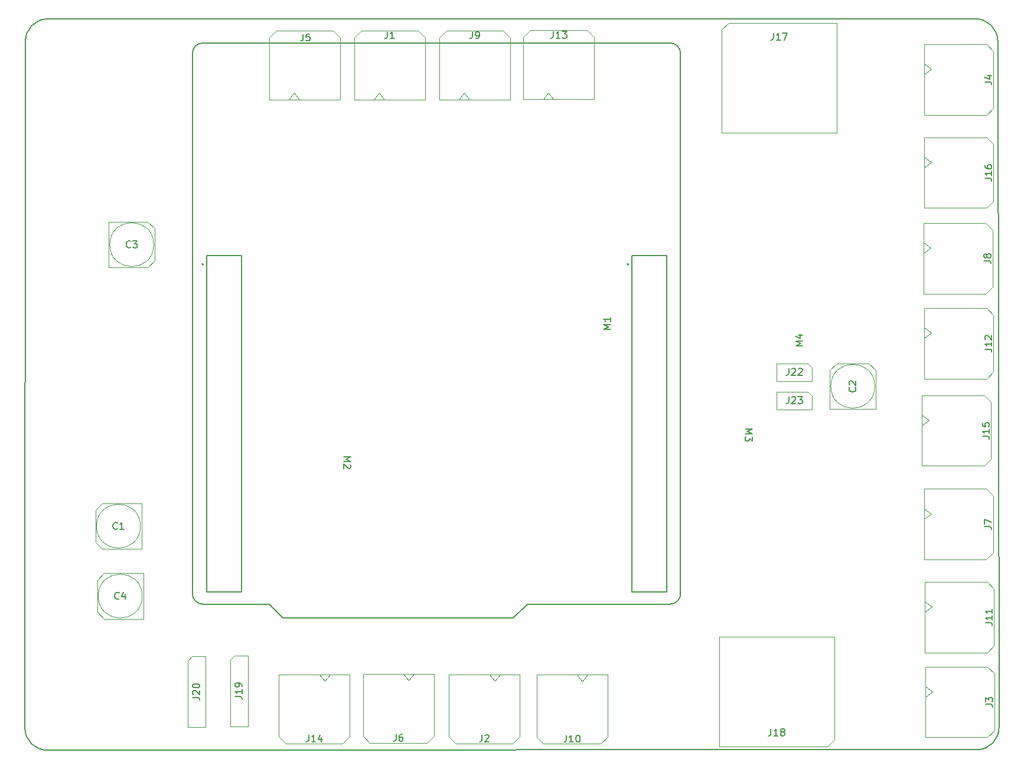
<source format=gbr>
G04 #@! TF.GenerationSoftware,KiCad,Pcbnew,6.0.1-79c1e3a40b~116~ubuntu20.04.1*
G04 #@! TF.CreationDate,2022-01-31T22:39:44+08:00*
G04 #@! TF.ProjectId,Nucleo_F446_power_can_shield,4e75636c-656f-45f4-9634-34365f706f77,rev?*
G04 #@! TF.SameCoordinates,Original*
G04 #@! TF.FileFunction,AssemblyDrawing,Top*
%FSLAX46Y46*%
G04 Gerber Fmt 4.6, Leading zero omitted, Abs format (unit mm)*
G04 Created by KiCad (PCBNEW 6.0.1-79c1e3a40b~116~ubuntu20.04.1) date 2022-01-31 22:39:44*
%MOMM*%
%LPD*%
G01*
G04 APERTURE LIST*
G04 #@! TA.AperFunction,Profile*
%ADD10C,0.150000*%
G04 #@! TD*
%ADD11C,0.150000*%
%ADD12C,0.100000*%
%ADD13C,0.127000*%
%ADD14C,0.200000*%
G04 APERTURE END LIST*
D10*
X130176375Y-116702149D02*
G75*
G03*
X133454600Y-119877149I3176626J1D01*
G01*
X266656149Y-119823625D02*
G75*
G03*
X269831149Y-116545400I-1J3176626D01*
G01*
X266372400Y-14971000D02*
X133429000Y-14969375D01*
X269650625Y-18014852D02*
X269831149Y-116545400D01*
X133429000Y-14969375D02*
G75*
G03*
X130254000Y-18247600I1J-3176626D01*
G01*
X130176375Y-116702149D02*
X130254000Y-18247600D01*
X266656149Y-119823625D02*
X133454600Y-119877149D01*
X269650625Y-18141851D02*
G75*
G03*
X266372400Y-14966851I-3176626J-1D01*
G01*
D11*
X154217380Y-112310523D02*
X154931666Y-112310523D01*
X155074523Y-112358142D01*
X155169761Y-112453380D01*
X155217380Y-112596238D01*
X155217380Y-112691476D01*
X154312619Y-111881952D02*
X154265000Y-111834333D01*
X154217380Y-111739095D01*
X154217380Y-111501000D01*
X154265000Y-111405761D01*
X154312619Y-111358142D01*
X154407857Y-111310523D01*
X154503095Y-111310523D01*
X154645952Y-111358142D01*
X155217380Y-111929571D01*
X155217380Y-111310523D01*
X154217380Y-110691476D02*
X154217380Y-110596238D01*
X154265000Y-110501000D01*
X154312619Y-110453380D01*
X154407857Y-110405761D01*
X154598333Y-110358142D01*
X154836428Y-110358142D01*
X155026904Y-110405761D01*
X155122142Y-110453380D01*
X155169761Y-110501000D01*
X155217380Y-110596238D01*
X155217380Y-110691476D01*
X155169761Y-110786714D01*
X155122142Y-110834333D01*
X155026904Y-110881952D01*
X154836428Y-110929571D01*
X154598333Y-110929571D01*
X154407857Y-110881952D01*
X154312619Y-110834333D01*
X154265000Y-110786714D01*
X154217380Y-110691476D01*
X241704380Y-61881523D02*
X240704380Y-61881523D01*
X241418666Y-61548190D01*
X240704380Y-61214857D01*
X241704380Y-61214857D01*
X241037714Y-60310095D02*
X241704380Y-60310095D01*
X240656761Y-60548190D02*
X241371047Y-60786285D01*
X241371047Y-60167238D01*
X267802380Y-37830523D02*
X268516666Y-37830523D01*
X268659523Y-37878142D01*
X268754761Y-37973380D01*
X268802380Y-38116238D01*
X268802380Y-38211476D01*
X268802380Y-36830523D02*
X268802380Y-37401952D01*
X268802380Y-37116238D02*
X267802380Y-37116238D01*
X267945238Y-37211476D01*
X268040476Y-37306714D01*
X268088095Y-37401952D01*
X267802380Y-35973380D02*
X267802380Y-36163857D01*
X267850000Y-36259095D01*
X267897619Y-36306714D01*
X268040476Y-36401952D01*
X268230952Y-36449571D01*
X268611904Y-36449571D01*
X268707142Y-36401952D01*
X268754761Y-36354333D01*
X268802380Y-36259095D01*
X268802380Y-36068619D01*
X268754761Y-35973380D01*
X268707142Y-35925761D01*
X268611904Y-35878142D01*
X268373809Y-35878142D01*
X268278571Y-35925761D01*
X268230952Y-35973380D01*
X268183333Y-36068619D01*
X268183333Y-36259095D01*
X268230952Y-36354333D01*
X268278571Y-36401952D01*
X268373809Y-36449571D01*
X170846476Y-117678380D02*
X170846476Y-118392666D01*
X170798857Y-118535523D01*
X170703619Y-118630761D01*
X170560761Y-118678380D01*
X170465523Y-118678380D01*
X171846476Y-118678380D02*
X171275047Y-118678380D01*
X171560761Y-118678380D02*
X171560761Y-117678380D01*
X171465523Y-117821238D01*
X171370285Y-117916476D01*
X171275047Y-117964095D01*
X172703619Y-118011714D02*
X172703619Y-118678380D01*
X172465523Y-117630761D02*
X172227428Y-118345047D01*
X172846476Y-118345047D01*
X267929380Y-113300333D02*
X268643666Y-113300333D01*
X268786523Y-113347952D01*
X268881761Y-113443190D01*
X268929380Y-113586047D01*
X268929380Y-113681285D01*
X267929380Y-112919380D02*
X267929380Y-112300333D01*
X268310333Y-112633666D01*
X268310333Y-112490809D01*
X268357952Y-112395571D01*
X268405571Y-112347952D01*
X268500809Y-112300333D01*
X268738904Y-112300333D01*
X268834142Y-112347952D01*
X268881761Y-112395571D01*
X268929380Y-112490809D01*
X268929380Y-112776523D01*
X268881761Y-112871761D01*
X268834142Y-112919380D01*
X239680476Y-65096380D02*
X239680476Y-65810666D01*
X239632857Y-65953523D01*
X239537619Y-66048761D01*
X239394761Y-66096380D01*
X239299523Y-66096380D01*
X240109047Y-65191619D02*
X240156666Y-65144000D01*
X240251904Y-65096380D01*
X240490000Y-65096380D01*
X240585238Y-65144000D01*
X240632857Y-65191619D01*
X240680476Y-65286857D01*
X240680476Y-65382095D01*
X240632857Y-65524952D01*
X240061428Y-66096380D01*
X240680476Y-66096380D01*
X241061428Y-65191619D02*
X241109047Y-65144000D01*
X241204285Y-65096380D01*
X241442380Y-65096380D01*
X241537619Y-65144000D01*
X241585238Y-65191619D01*
X241632857Y-65286857D01*
X241632857Y-65382095D01*
X241585238Y-65524952D01*
X241013809Y-66096380D01*
X241632857Y-66096380D01*
X249229142Y-67842666D02*
X249276761Y-67890285D01*
X249324380Y-68033142D01*
X249324380Y-68128380D01*
X249276761Y-68271238D01*
X249181523Y-68366476D01*
X249086285Y-68414095D01*
X248895809Y-68461714D01*
X248752952Y-68461714D01*
X248562476Y-68414095D01*
X248467238Y-68366476D01*
X248372000Y-68271238D01*
X248324380Y-68128380D01*
X248324380Y-68033142D01*
X248372000Y-67890285D01*
X248419619Y-67842666D01*
X248419619Y-67461714D02*
X248372000Y-67414095D01*
X248324380Y-67318857D01*
X248324380Y-67080761D01*
X248372000Y-66985523D01*
X248419619Y-66937904D01*
X248514857Y-66890285D01*
X248610095Y-66890285D01*
X248752952Y-66937904D01*
X249324380Y-67509333D01*
X249324380Y-66890285D01*
X237496076Y-16981180D02*
X237496076Y-17695466D01*
X237448457Y-17838323D01*
X237353219Y-17933561D01*
X237210361Y-17981180D01*
X237115123Y-17981180D01*
X238496076Y-17981180D02*
X237924647Y-17981180D01*
X238210361Y-17981180D02*
X238210361Y-16981180D01*
X238115123Y-17124038D01*
X238019885Y-17219276D01*
X237924647Y-17266895D01*
X238829409Y-16981180D02*
X239496076Y-16981180D01*
X239067504Y-17981180D01*
X267802380Y-24019333D02*
X268516666Y-24019333D01*
X268659523Y-24066952D01*
X268754761Y-24162190D01*
X268802380Y-24305047D01*
X268802380Y-24400285D01*
X268135714Y-23114571D02*
X268802380Y-23114571D01*
X267754761Y-23352666D02*
X268469047Y-23590761D01*
X268469047Y-22971714D01*
X170052666Y-17141180D02*
X170052666Y-17855466D01*
X170005047Y-17998323D01*
X169909809Y-18093561D01*
X169766952Y-18141180D01*
X169671714Y-18141180D01*
X171005047Y-17141180D02*
X170528857Y-17141180D01*
X170481238Y-17617371D01*
X170528857Y-17569752D01*
X170624095Y-17522133D01*
X170862190Y-17522133D01*
X170957428Y-17569752D01*
X171005047Y-17617371D01*
X171052666Y-17712609D01*
X171052666Y-17950704D01*
X171005047Y-18045942D01*
X170957428Y-18093561D01*
X170862190Y-18141180D01*
X170624095Y-18141180D01*
X170528857Y-18093561D01*
X170481238Y-18045942D01*
X214145380Y-59468523D02*
X213145380Y-59468523D01*
X213859666Y-59135190D01*
X213145380Y-58801857D01*
X214145380Y-58801857D01*
X214145380Y-57801857D02*
X214145380Y-58373285D01*
X214145380Y-58087571D02*
X213145380Y-58087571D01*
X213288238Y-58182809D01*
X213383476Y-58278047D01*
X213431095Y-58373285D01*
X145327333Y-47713142D02*
X145279714Y-47760761D01*
X145136857Y-47808380D01*
X145041619Y-47808380D01*
X144898761Y-47760761D01*
X144803523Y-47665523D01*
X144755904Y-47570285D01*
X144708285Y-47379809D01*
X144708285Y-47236952D01*
X144755904Y-47046476D01*
X144803523Y-46951238D01*
X144898761Y-46856000D01*
X145041619Y-46808380D01*
X145136857Y-46808380D01*
X145279714Y-46856000D01*
X145327333Y-46903619D01*
X145660666Y-46808380D02*
X146279714Y-46808380D01*
X145946380Y-47189333D01*
X146089238Y-47189333D01*
X146184476Y-47236952D01*
X146232095Y-47284571D01*
X146279714Y-47379809D01*
X146279714Y-47617904D01*
X146232095Y-47713142D01*
X146184476Y-47760761D01*
X146089238Y-47808380D01*
X145803523Y-47808380D01*
X145708285Y-47760761D01*
X145660666Y-47713142D01*
X267675380Y-49673333D02*
X268389666Y-49673333D01*
X268532523Y-49720952D01*
X268627761Y-49816190D01*
X268675380Y-49959047D01*
X268675380Y-50054285D01*
X268103952Y-49054285D02*
X268056333Y-49149523D01*
X268008714Y-49197142D01*
X267913476Y-49244761D01*
X267865857Y-49244761D01*
X267770619Y-49197142D01*
X267723000Y-49149523D01*
X267675380Y-49054285D01*
X267675380Y-48863809D01*
X267723000Y-48768571D01*
X267770619Y-48720952D01*
X267865857Y-48673333D01*
X267913476Y-48673333D01*
X268008714Y-48720952D01*
X268056333Y-48768571D01*
X268103952Y-48863809D01*
X268103952Y-49054285D01*
X268151571Y-49149523D01*
X268199190Y-49197142D01*
X268294428Y-49244761D01*
X268484904Y-49244761D01*
X268580142Y-49197142D01*
X268627761Y-49149523D01*
X268675380Y-49054285D01*
X268675380Y-48863809D01*
X268627761Y-48768571D01*
X268580142Y-48720952D01*
X268484904Y-48673333D01*
X268294428Y-48673333D01*
X268199190Y-48720952D01*
X268151571Y-48768571D01*
X268103952Y-48863809D01*
X267802380Y-62341523D02*
X268516666Y-62341523D01*
X268659523Y-62389142D01*
X268754761Y-62484380D01*
X268802380Y-62627238D01*
X268802380Y-62722476D01*
X268802380Y-61341523D02*
X268802380Y-61912952D01*
X268802380Y-61627238D02*
X267802380Y-61627238D01*
X267945238Y-61722476D01*
X268040476Y-61817714D01*
X268088095Y-61912952D01*
X267897619Y-60960571D02*
X267850000Y-60912952D01*
X267802380Y-60817714D01*
X267802380Y-60579619D01*
X267850000Y-60484380D01*
X267897619Y-60436761D01*
X267992857Y-60389142D01*
X268088095Y-60389142D01*
X268230952Y-60436761D01*
X268802380Y-61008190D01*
X268802380Y-60389142D01*
X183387666Y-117594380D02*
X183387666Y-118308666D01*
X183340047Y-118451523D01*
X183244809Y-118546761D01*
X183101952Y-118594380D01*
X183006714Y-118594380D01*
X184292428Y-117594380D02*
X184101952Y-117594380D01*
X184006714Y-117642000D01*
X183959095Y-117689619D01*
X183863857Y-117832476D01*
X183816238Y-118022952D01*
X183816238Y-118403904D01*
X183863857Y-118499142D01*
X183911476Y-118546761D01*
X184006714Y-118594380D01*
X184197190Y-118594380D01*
X184292428Y-118546761D01*
X184340047Y-118499142D01*
X184387666Y-118403904D01*
X184387666Y-118165809D01*
X184340047Y-118070571D01*
X184292428Y-118022952D01*
X184197190Y-117975333D01*
X184006714Y-117975333D01*
X183911476Y-118022952D01*
X183863857Y-118070571D01*
X183816238Y-118165809D01*
X194333666Y-16791380D02*
X194333666Y-17505666D01*
X194286047Y-17648523D01*
X194190809Y-17743761D01*
X194047952Y-17791380D01*
X193952714Y-17791380D01*
X194857476Y-17791380D02*
X195047952Y-17791380D01*
X195143190Y-17743761D01*
X195190809Y-17696142D01*
X195286047Y-17553285D01*
X195333666Y-17362809D01*
X195333666Y-16981857D01*
X195286047Y-16886619D01*
X195238428Y-16839000D01*
X195143190Y-16791380D01*
X194952714Y-16791380D01*
X194857476Y-16839000D01*
X194809857Y-16886619D01*
X194762238Y-16981857D01*
X194762238Y-17219952D01*
X194809857Y-17315190D01*
X194857476Y-17362809D01*
X194952714Y-17410428D01*
X195143190Y-17410428D01*
X195238428Y-17362809D01*
X195286047Y-17315190D01*
X195333666Y-17219952D01*
X239680476Y-69160380D02*
X239680476Y-69874666D01*
X239632857Y-70017523D01*
X239537619Y-70112761D01*
X239394761Y-70160380D01*
X239299523Y-70160380D01*
X240109047Y-69255619D02*
X240156666Y-69208000D01*
X240251904Y-69160380D01*
X240490000Y-69160380D01*
X240585238Y-69208000D01*
X240632857Y-69255619D01*
X240680476Y-69350857D01*
X240680476Y-69446095D01*
X240632857Y-69588952D01*
X240061428Y-70160380D01*
X240680476Y-70160380D01*
X241013809Y-69160380D02*
X241632857Y-69160380D01*
X241299523Y-69541333D01*
X241442380Y-69541333D01*
X241537619Y-69588952D01*
X241585238Y-69636571D01*
X241632857Y-69731809D01*
X241632857Y-69969904D01*
X241585238Y-70065142D01*
X241537619Y-70112761D01*
X241442380Y-70160380D01*
X241156666Y-70160380D01*
X241061428Y-70112761D01*
X241013809Y-70065142D01*
X207803476Y-117721380D02*
X207803476Y-118435666D01*
X207755857Y-118578523D01*
X207660619Y-118673761D01*
X207517761Y-118721380D01*
X207422523Y-118721380D01*
X208803476Y-118721380D02*
X208232047Y-118721380D01*
X208517761Y-118721380D02*
X208517761Y-117721380D01*
X208422523Y-117864238D01*
X208327285Y-117959476D01*
X208232047Y-118007095D01*
X209422523Y-117721380D02*
X209517761Y-117721380D01*
X209613000Y-117769000D01*
X209660619Y-117816619D01*
X209708238Y-117911857D01*
X209755857Y-118102333D01*
X209755857Y-118340428D01*
X209708238Y-118530904D01*
X209660619Y-118626142D01*
X209613000Y-118673761D01*
X209517761Y-118721380D01*
X209422523Y-118721380D01*
X209327285Y-118673761D01*
X209279666Y-118626142D01*
X209232047Y-118530904D01*
X209184428Y-118340428D01*
X209184428Y-118102333D01*
X209232047Y-117911857D01*
X209279666Y-117816619D01*
X209327285Y-117769000D01*
X209422523Y-117721380D01*
X233433619Y-73851476D02*
X234433619Y-73851476D01*
X233719333Y-74184809D01*
X234433619Y-74518142D01*
X233433619Y-74518142D01*
X234433619Y-74899095D02*
X234433619Y-75518142D01*
X234052666Y-75184809D01*
X234052666Y-75327666D01*
X234005047Y-75422904D01*
X233957428Y-75470523D01*
X233862190Y-75518142D01*
X233624095Y-75518142D01*
X233528857Y-75470523D01*
X233481238Y-75422904D01*
X233433619Y-75327666D01*
X233433619Y-75041952D01*
X233481238Y-74946714D01*
X233528857Y-74899095D01*
X143676333Y-98132142D02*
X143628714Y-98179761D01*
X143485857Y-98227380D01*
X143390619Y-98227380D01*
X143247761Y-98179761D01*
X143152523Y-98084523D01*
X143104904Y-97989285D01*
X143057285Y-97798809D01*
X143057285Y-97655952D01*
X143104904Y-97465476D01*
X143152523Y-97370238D01*
X143247761Y-97275000D01*
X143390619Y-97227380D01*
X143485857Y-97227380D01*
X143628714Y-97275000D01*
X143676333Y-97322619D01*
X144533476Y-97560714D02*
X144533476Y-98227380D01*
X144295380Y-97179761D02*
X144057285Y-97894047D01*
X144676333Y-97894047D01*
X195706666Y-117678380D02*
X195706666Y-118392666D01*
X195659047Y-118535523D01*
X195563809Y-118630761D01*
X195420952Y-118678380D01*
X195325714Y-118678380D01*
X196135238Y-117773619D02*
X196182857Y-117726000D01*
X196278095Y-117678380D01*
X196516190Y-117678380D01*
X196611428Y-117726000D01*
X196659047Y-117773619D01*
X196706666Y-117868857D01*
X196706666Y-117964095D01*
X196659047Y-118106952D01*
X196087619Y-118678380D01*
X196706666Y-118678380D01*
X205898476Y-16746380D02*
X205898476Y-17460666D01*
X205850857Y-17603523D01*
X205755619Y-17698761D01*
X205612761Y-17746380D01*
X205517523Y-17746380D01*
X206898476Y-17746380D02*
X206327047Y-17746380D01*
X206612761Y-17746380D02*
X206612761Y-16746380D01*
X206517523Y-16889238D01*
X206422285Y-16984476D01*
X206327047Y-17032095D01*
X207231809Y-16746380D02*
X207850857Y-16746380D01*
X207517523Y-17127333D01*
X207660380Y-17127333D01*
X207755619Y-17174952D01*
X207803238Y-17222571D01*
X207850857Y-17317809D01*
X207850857Y-17555904D01*
X207803238Y-17651142D01*
X207755619Y-17698761D01*
X207660380Y-17746380D01*
X207374666Y-17746380D01*
X207279428Y-17698761D01*
X207231809Y-17651142D01*
X160313380Y-112183523D02*
X161027666Y-112183523D01*
X161170523Y-112231142D01*
X161265761Y-112326380D01*
X161313380Y-112469238D01*
X161313380Y-112564476D01*
X161313380Y-111183523D02*
X161313380Y-111754952D01*
X161313380Y-111469238D02*
X160313380Y-111469238D01*
X160456238Y-111564476D01*
X160551476Y-111659714D01*
X160599095Y-111754952D01*
X161313380Y-110707333D02*
X161313380Y-110516857D01*
X161265761Y-110421619D01*
X161218142Y-110374000D01*
X161075285Y-110278761D01*
X160884809Y-110231142D01*
X160503857Y-110231142D01*
X160408619Y-110278761D01*
X160361000Y-110326380D01*
X160313380Y-110421619D01*
X160313380Y-110612095D01*
X160361000Y-110707333D01*
X160408619Y-110754952D01*
X160503857Y-110802571D01*
X160741952Y-110802571D01*
X160837190Y-110754952D01*
X160884809Y-110707333D01*
X160932428Y-110612095D01*
X160932428Y-110421619D01*
X160884809Y-110326380D01*
X160837190Y-110278761D01*
X160741952Y-110231142D01*
X267757380Y-87797333D02*
X268471666Y-87797333D01*
X268614523Y-87844952D01*
X268709761Y-87940190D01*
X268757380Y-88083047D01*
X268757380Y-88178285D01*
X267757380Y-87416380D02*
X267757380Y-86749714D01*
X268757380Y-87178285D01*
X237136476Y-116816380D02*
X237136476Y-117530666D01*
X237088857Y-117673523D01*
X236993619Y-117768761D01*
X236850761Y-117816380D01*
X236755523Y-117816380D01*
X238136476Y-117816380D02*
X237565047Y-117816380D01*
X237850761Y-117816380D02*
X237850761Y-116816380D01*
X237755523Y-116959238D01*
X237660285Y-117054476D01*
X237565047Y-117102095D01*
X238707904Y-117244952D02*
X238612666Y-117197333D01*
X238565047Y-117149714D01*
X238517428Y-117054476D01*
X238517428Y-117006857D01*
X238565047Y-116911619D01*
X238612666Y-116864000D01*
X238707904Y-116816380D01*
X238898380Y-116816380D01*
X238993619Y-116864000D01*
X239041238Y-116911619D01*
X239088857Y-117006857D01*
X239088857Y-117054476D01*
X239041238Y-117149714D01*
X238993619Y-117197333D01*
X238898380Y-117244952D01*
X238707904Y-117244952D01*
X238612666Y-117292571D01*
X238565047Y-117340190D01*
X238517428Y-117435428D01*
X238517428Y-117625904D01*
X238565047Y-117721142D01*
X238612666Y-117768761D01*
X238707904Y-117816380D01*
X238898380Y-117816380D01*
X238993619Y-117768761D01*
X239041238Y-117721142D01*
X239088857Y-117625904D01*
X239088857Y-117435428D01*
X239041238Y-117340190D01*
X238993619Y-117292571D01*
X238898380Y-117244952D01*
X182141666Y-16791380D02*
X182141666Y-17505666D01*
X182094047Y-17648523D01*
X181998809Y-17743761D01*
X181855952Y-17791380D01*
X181760714Y-17791380D01*
X183141666Y-17791380D02*
X182570238Y-17791380D01*
X182855952Y-17791380D02*
X182855952Y-16791380D01*
X182760714Y-16934238D01*
X182665476Y-17029476D01*
X182570238Y-17077095D01*
X267884380Y-101608523D02*
X268598666Y-101608523D01*
X268741523Y-101656142D01*
X268836761Y-101751380D01*
X268884380Y-101894238D01*
X268884380Y-101989476D01*
X268884380Y-100608523D02*
X268884380Y-101179952D01*
X268884380Y-100894238D02*
X267884380Y-100894238D01*
X268027238Y-100989476D01*
X268122476Y-101084714D01*
X268170095Y-101179952D01*
X268884380Y-99656142D02*
X268884380Y-100227571D01*
X268884380Y-99941857D02*
X267884380Y-99941857D01*
X268027238Y-100037095D01*
X268122476Y-100132333D01*
X268170095Y-100227571D01*
X267458380Y-74835523D02*
X268172666Y-74835523D01*
X268315523Y-74883142D01*
X268410761Y-74978380D01*
X268458380Y-75121238D01*
X268458380Y-75216476D01*
X268458380Y-73835523D02*
X268458380Y-74406952D01*
X268458380Y-74121238D02*
X267458380Y-74121238D01*
X267601238Y-74216476D01*
X267696476Y-74311714D01*
X267744095Y-74406952D01*
X267458380Y-72930761D02*
X267458380Y-73406952D01*
X267934571Y-73454571D01*
X267886952Y-73406952D01*
X267839333Y-73311714D01*
X267839333Y-73073619D01*
X267886952Y-72978380D01*
X267934571Y-72930761D01*
X268029809Y-72883142D01*
X268267904Y-72883142D01*
X268363142Y-72930761D01*
X268410761Y-72978380D01*
X268458380Y-73073619D01*
X268458380Y-73311714D01*
X268410761Y-73406952D01*
X268363142Y-73454571D01*
X175902619Y-77788476D02*
X176902619Y-77788476D01*
X176188333Y-78121809D01*
X176902619Y-78455142D01*
X175902619Y-78455142D01*
X176807380Y-78883714D02*
X176855000Y-78931333D01*
X176902619Y-79026571D01*
X176902619Y-79264666D01*
X176855000Y-79359904D01*
X176807380Y-79407523D01*
X176712142Y-79455142D01*
X176616904Y-79455142D01*
X176474047Y-79407523D01*
X175902619Y-78836095D01*
X175902619Y-79455142D01*
X143422333Y-88099142D02*
X143374714Y-88146761D01*
X143231857Y-88194380D01*
X143136619Y-88194380D01*
X142993761Y-88146761D01*
X142898523Y-88051523D01*
X142850904Y-87956285D01*
X142803285Y-87765809D01*
X142803285Y-87622952D01*
X142850904Y-87432476D01*
X142898523Y-87337238D01*
X142993761Y-87242000D01*
X143136619Y-87194380D01*
X143231857Y-87194380D01*
X143374714Y-87242000D01*
X143422333Y-87289619D01*
X144374714Y-88194380D02*
X143803285Y-88194380D01*
X144089000Y-88194380D02*
X144089000Y-87194380D01*
X143993761Y-87337238D01*
X143898523Y-87432476D01*
X143803285Y-87480095D01*
D12*
X153495000Y-107056000D02*
X154130000Y-106421000D01*
X156035000Y-106421000D02*
X156035000Y-116581000D01*
X154130000Y-106421000D02*
X156035000Y-106421000D01*
X156035000Y-116581000D02*
X153495000Y-116581000D01*
X153495000Y-116581000D02*
X153495000Y-107056000D01*
X268050000Y-42096000D02*
X259140000Y-42096000D01*
X259140000Y-31946000D02*
X268050000Y-31946000D01*
X269050000Y-41096000D02*
X268050000Y-42096000D01*
X259140000Y-42096000D02*
X259140000Y-31946000D01*
X269050000Y-32946000D02*
X269050000Y-41096000D01*
X260130000Y-35521000D02*
X259140000Y-36271000D01*
X268050000Y-31946000D02*
X269050000Y-32946000D01*
X259140000Y-34771000D02*
X260130000Y-35521000D01*
X166581000Y-117926000D02*
X166581000Y-109016000D01*
X176731000Y-117926000D02*
X175731000Y-118926000D01*
X176731000Y-109016000D02*
X176731000Y-117926000D01*
X175731000Y-118926000D02*
X167581000Y-118926000D01*
X167581000Y-118926000D02*
X166581000Y-117926000D01*
X173156000Y-110006000D02*
X172406000Y-109016000D01*
X166581000Y-109016000D02*
X176731000Y-109016000D01*
X173906000Y-109016000D02*
X173156000Y-110006000D01*
X259267000Y-110717000D02*
X260257000Y-111467000D01*
X268177000Y-118042000D02*
X259267000Y-118042000D01*
X260257000Y-111467000D02*
X259267000Y-112217000D01*
X269177000Y-117042000D02*
X268177000Y-118042000D01*
X259267000Y-118042000D02*
X259267000Y-107892000D01*
X268177000Y-107892000D02*
X269177000Y-108892000D01*
X259267000Y-107892000D02*
X268177000Y-107892000D01*
X269177000Y-108892000D02*
X269177000Y-117042000D01*
X242395000Y-64374000D02*
X243030000Y-65009000D01*
X243030000Y-66914000D02*
X237950000Y-66914000D01*
X237950000Y-64374000D02*
X242395000Y-64374000D01*
X243030000Y-65009000D02*
X243030000Y-66914000D01*
X237950000Y-66914000D02*
X237950000Y-64374000D01*
X246572000Y-64376000D02*
X245572000Y-65376000D01*
X252172000Y-65376000D02*
X252172000Y-70976000D01*
X252172000Y-70976000D02*
X245572000Y-70976000D01*
X251172000Y-64376000D02*
X246572000Y-64376000D01*
X245572000Y-65376000D02*
X245572000Y-70976000D01*
X251172000Y-64376000D02*
X252172000Y-65376000D01*
X252022000Y-67676000D02*
G75*
G03*
X252022000Y-67676000I-3150000J0D01*
G01*
X230050600Y-16528800D02*
X230050600Y-31278800D01*
X231050600Y-15528800D02*
X246560600Y-15528800D01*
X230050600Y-31278800D02*
X246560600Y-31278800D01*
X246560600Y-15528800D02*
X246560600Y-31278800D01*
X230050600Y-16528800D02*
X231050600Y-15528800D01*
X269050000Y-19611000D02*
X269050000Y-27761000D01*
X259140000Y-28761000D02*
X259140000Y-18611000D01*
X268050000Y-28761000D02*
X259140000Y-28761000D01*
X260130000Y-22186000D02*
X259140000Y-22936000D01*
X268050000Y-18611000D02*
X269050000Y-19611000D01*
X259140000Y-18611000D02*
X268050000Y-18611000D01*
X259140000Y-21436000D02*
X260130000Y-22186000D01*
X269050000Y-27761000D02*
X268050000Y-28761000D01*
X168783000Y-25559000D02*
X169533000Y-26549000D01*
X175358000Y-17639000D02*
X175358000Y-26549000D01*
X168033000Y-26549000D02*
X168783000Y-25559000D01*
X175358000Y-26549000D02*
X165208000Y-26549000D01*
X166208000Y-16639000D02*
X174358000Y-16639000D01*
X165208000Y-17639000D02*
X166208000Y-16639000D01*
X165208000Y-26549000D02*
X165208000Y-17639000D01*
X174358000Y-16639000D02*
X175358000Y-17639000D01*
X148794000Y-45056000D02*
X147794000Y-44056000D01*
X148794000Y-49656000D02*
X147794000Y-50656000D01*
X142194000Y-50656000D02*
X142194000Y-44056000D01*
X148794000Y-49656000D02*
X148794000Y-45056000D01*
X147794000Y-50656000D02*
X142194000Y-50656000D01*
X147794000Y-44056000D02*
X142194000Y-44056000D01*
X148644000Y-47356000D02*
G75*
G03*
X148644000Y-47356000I-3150000J0D01*
G01*
X259013000Y-54415000D02*
X259013000Y-44265000D01*
X259013000Y-44265000D02*
X267923000Y-44265000D01*
X268923000Y-53415000D02*
X267923000Y-54415000D01*
X267923000Y-54415000D02*
X259013000Y-54415000D01*
X260003000Y-47840000D02*
X259013000Y-48590000D01*
X268923000Y-45265000D02*
X268923000Y-53415000D01*
X267923000Y-44265000D02*
X268923000Y-45265000D01*
X259013000Y-47090000D02*
X260003000Y-47840000D01*
X269050000Y-65607000D02*
X268050000Y-66607000D01*
X259140000Y-56457000D02*
X268050000Y-56457000D01*
X259140000Y-66607000D02*
X259140000Y-56457000D01*
X269050000Y-57457000D02*
X269050000Y-65607000D01*
X259140000Y-59282000D02*
X260130000Y-60032000D01*
X268050000Y-66607000D02*
X259140000Y-66607000D01*
X268050000Y-56457000D02*
X269050000Y-57457000D01*
X260130000Y-60032000D02*
X259140000Y-60782000D01*
X185221000Y-109922000D02*
X184471000Y-108932000D01*
X178646000Y-117842000D02*
X178646000Y-108932000D01*
X179646000Y-118842000D02*
X178646000Y-117842000D01*
X187796000Y-118842000D02*
X179646000Y-118842000D01*
X185971000Y-108932000D02*
X185221000Y-109922000D01*
X178646000Y-108932000D02*
X188796000Y-108932000D01*
X188796000Y-108932000D02*
X188796000Y-117842000D01*
X188796000Y-117842000D02*
X187796000Y-118842000D01*
X189592000Y-26549000D02*
X189592000Y-17639000D01*
X189592000Y-17639000D02*
X190592000Y-16639000D01*
X199742000Y-17639000D02*
X199742000Y-26549000D01*
X192417000Y-26549000D02*
X193167000Y-25559000D01*
X198742000Y-16639000D02*
X199742000Y-17639000D01*
X193167000Y-25559000D02*
X193917000Y-26549000D01*
X190592000Y-16639000D02*
X198742000Y-16639000D01*
X199742000Y-26549000D02*
X189592000Y-26549000D01*
D13*
X165182000Y-98925000D02*
X155682000Y-98925000D01*
X161202000Y-97155000D02*
X161202000Y-48895000D01*
X167182000Y-100925000D02*
X165182000Y-98925000D01*
X224182000Y-19925000D02*
X224182000Y-97425000D01*
X155682000Y-18425000D02*
X222682000Y-18425000D01*
X222162000Y-48895000D02*
X217162000Y-48895000D01*
X156202000Y-48895000D02*
X156202000Y-97155000D01*
X161202000Y-48895000D02*
X156202000Y-48895000D01*
X222682000Y-98925000D02*
X202182000Y-98925000D01*
X200182000Y-100925000D02*
X167182000Y-100925000D01*
X217162000Y-97155000D02*
X222162000Y-97155000D01*
X222162000Y-97155000D02*
X222162000Y-48895000D01*
X156202000Y-97155000D02*
X161202000Y-97155000D01*
X154182000Y-97425000D02*
X154182000Y-19925000D01*
X202182000Y-98925000D02*
X200182000Y-100925000D01*
X217162000Y-48895000D02*
X217162000Y-97155000D01*
X154182000Y-97425000D02*
G75*
G03*
X155682000Y-98925000I1500001J1D01*
G01*
X222682000Y-98925000D02*
G75*
G03*
X224182000Y-97425000I-1J1500001D01*
G01*
X224182000Y-19925000D02*
G75*
G03*
X222682000Y-18425000I-1500001J-1D01*
G01*
X155682000Y-18425000D02*
G75*
G03*
X154182000Y-19925000I1J-1500001D01*
G01*
D14*
X216742000Y-50165000D02*
G75*
G03*
X216742000Y-50165000I-100000J0D01*
G01*
X155782000Y-50165000D02*
G75*
G03*
X155782000Y-50165000I-100000J0D01*
G01*
D12*
X243030000Y-70978000D02*
X237950000Y-70978000D01*
X237950000Y-68438000D02*
X242395000Y-68438000D01*
X237950000Y-70978000D02*
X237950000Y-68438000D01*
X243030000Y-69073000D02*
X243030000Y-70978000D01*
X242395000Y-68438000D02*
X243030000Y-69073000D01*
X213688000Y-117969000D02*
X212688000Y-118969000D01*
X212688000Y-118969000D02*
X204538000Y-118969000D01*
X203538000Y-109059000D02*
X213688000Y-109059000D01*
X210863000Y-109059000D02*
X210113000Y-110049000D01*
X203538000Y-117969000D02*
X203538000Y-109059000D01*
X204538000Y-118969000D02*
X203538000Y-117969000D01*
X210113000Y-110049000D02*
X209363000Y-109059000D01*
X213688000Y-109059000D02*
X213688000Y-117969000D01*
X140543000Y-95475000D02*
X140543000Y-100075000D01*
X141543000Y-101075000D02*
X147143000Y-101075000D01*
X140543000Y-95475000D02*
X141543000Y-94475000D01*
X140543000Y-100075000D02*
X141543000Y-101075000D01*
X141543000Y-94475000D02*
X147143000Y-94475000D01*
X147143000Y-94475000D02*
X147143000Y-101075000D01*
X146993000Y-97775000D02*
G75*
G03*
X146993000Y-97775000I-3150000J0D01*
G01*
X200115000Y-118926000D02*
X191965000Y-118926000D01*
X201115000Y-109016000D02*
X201115000Y-117926000D01*
X198290000Y-109016000D02*
X197540000Y-110006000D01*
X191965000Y-118926000D02*
X190965000Y-117926000D01*
X197540000Y-110006000D02*
X196790000Y-109016000D01*
X190965000Y-117926000D02*
X190965000Y-109016000D01*
X190965000Y-109016000D02*
X201115000Y-109016000D01*
X201115000Y-117926000D02*
X200115000Y-118926000D01*
X211783000Y-26504000D02*
X201633000Y-26504000D01*
X202633000Y-16594000D02*
X210783000Y-16594000D01*
X201633000Y-17594000D02*
X202633000Y-16594000D01*
X211783000Y-17594000D02*
X211783000Y-26504000D01*
X210783000Y-16594000D02*
X211783000Y-17594000D01*
X204458000Y-26504000D02*
X205208000Y-25514000D01*
X205208000Y-25514000D02*
X205958000Y-26504000D01*
X201633000Y-26504000D02*
X201633000Y-17594000D01*
X162131000Y-106294000D02*
X162131000Y-116454000D01*
X162131000Y-116454000D02*
X159591000Y-116454000D01*
X159591000Y-116454000D02*
X159591000Y-106929000D01*
X159591000Y-106929000D02*
X160226000Y-106294000D01*
X160226000Y-106294000D02*
X162131000Y-106294000D01*
X268005000Y-92539000D02*
X259095000Y-92539000D01*
X259095000Y-82389000D02*
X268005000Y-82389000D01*
X269005000Y-91539000D02*
X268005000Y-92539000D01*
X268005000Y-82389000D02*
X269005000Y-83389000D01*
X259095000Y-92539000D02*
X259095000Y-82389000D01*
X269005000Y-83389000D02*
X269005000Y-91539000D01*
X260085000Y-85964000D02*
X259095000Y-86714000D01*
X259095000Y-85214000D02*
X260085000Y-85964000D01*
X246201000Y-118364000D02*
X246201000Y-103614000D01*
X245201000Y-119364000D02*
X229691000Y-119364000D01*
X246201000Y-118364000D02*
X245201000Y-119364000D01*
X246201000Y-103614000D02*
X229691000Y-103614000D01*
X229691000Y-119364000D02*
X229691000Y-103614000D01*
X187550000Y-17639000D02*
X187550000Y-26549000D01*
X177400000Y-26549000D02*
X177400000Y-17639000D01*
X178400000Y-16639000D02*
X186550000Y-16639000D01*
X177400000Y-17639000D02*
X178400000Y-16639000D01*
X186550000Y-16639000D02*
X187550000Y-17639000D01*
X180975000Y-25559000D02*
X181725000Y-26549000D01*
X187550000Y-26549000D02*
X177400000Y-26549000D01*
X180225000Y-26549000D02*
X180975000Y-25559000D01*
X259222000Y-105874000D02*
X259222000Y-95724000D01*
X268132000Y-105874000D02*
X259222000Y-105874000D01*
X259222000Y-98549000D02*
X260212000Y-99299000D01*
X269132000Y-96724000D02*
X269132000Y-104874000D01*
X269132000Y-104874000D02*
X268132000Y-105874000D01*
X268132000Y-95724000D02*
X269132000Y-96724000D01*
X260212000Y-99299000D02*
X259222000Y-100049000D01*
X259222000Y-95724000D02*
X268132000Y-95724000D01*
X258796000Y-79101000D02*
X258796000Y-68951000D01*
X259786000Y-72526000D02*
X258796000Y-73276000D01*
X268706000Y-78101000D02*
X267706000Y-79101000D01*
X267706000Y-68951000D02*
X268706000Y-69951000D01*
X258796000Y-68951000D02*
X267706000Y-68951000D01*
X267706000Y-79101000D02*
X258796000Y-79101000D01*
X268706000Y-69951000D02*
X268706000Y-78101000D01*
X258796000Y-71776000D02*
X259786000Y-72526000D01*
X140289000Y-90042000D02*
X141289000Y-91042000D01*
X140289000Y-85442000D02*
X140289000Y-90042000D01*
X141289000Y-91042000D02*
X146889000Y-91042000D01*
X140289000Y-85442000D02*
X141289000Y-84442000D01*
X141289000Y-84442000D02*
X146889000Y-84442000D01*
X146889000Y-84442000D02*
X146889000Y-91042000D01*
X146739000Y-87742000D02*
G75*
G03*
X146739000Y-87742000I-3150000J0D01*
G01*
M02*

</source>
